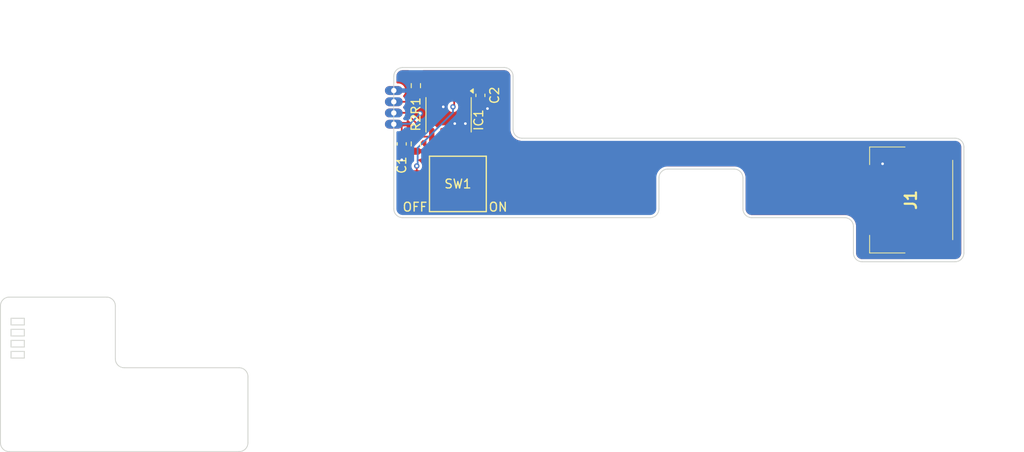
<source format=kicad_pcb>
(kicad_pcb (version 20240108) (generator "pcbnew") (generator_version "8.0")
  (layers (0 "F.Cu" signal) (31 "B.Cu" signal) (34 "B.Paste" user) (35 "F.Paste" user) (36 "B.SilkS" user "B.Silkscreen") (37 "F.SilkS" user "F.Silkscreen") (38 "B.Mask" user) (39 "F.Mask" user) (44 "Edge.Cuts" user))
  (net 0 "")
  (net 1 "GND")
  (net 2 "+5V")
  (net 3 "/SCL")
  (net 4 "/SDA")
  (net 5 "/DQ")
  (net 7 "/DQ_{1}")
  (footprint "Resistor_SMD:R_0603_1608Metric" (layer "F.Cu") (at 131.5 95.15 90)
    (property "Reference" "R2" (at 2.4 0 -90) (layer "F.SilkS"))
    (property "Value" "R")
    (fp_line (start -0.237258 -0.5225) (end 0.237258 -0.5225) (stroke (width 0.12)) (layer "F.SilkS"))
    (fp_line (start -0.237258 0.5225) (end 0.237258 0.5225) (stroke (width 0.12)) (layer "F.SilkS"))
    (pad "1" smd roundrect (at -0.825 0 90) (size 0.8 0.95) (layers "F.Cu" "F.Paste" "F.Mask") (net 2 "+5V"))
    (pad "2" smd roundrect (at 0.825 0 90) (size 0.8 0.95) (layers "F.Cu" "F.Paste" "F.Mask") (net 4 "/SDA"))
  )
  (footprint "Capacitor_SMD:C_0603_1608Metric" (layer "F.Cu") (at 129.9 95.15 90)
    (property "Reference" "C1" (at -2.4 0 -90) (layer "F.SilkS"))
    (property "Value" "100n")
    (fp_line (start -0.14058 -0.51) (end 0.14058 -0.51) (stroke (width 0.12)) (layer "F.SilkS"))
    (fp_line (start -0.14058 0.51) (end 0.14058 0.51) (stroke (width 0.12)) (layer "F.SilkS"))
    (pad "1" smd roundrect (at -0.775 0 90) (size 0.9 0.95) (layers "F.Cu" "F.Paste" "F.Mask") (net 1 "GND"))
    (pad "2" smd roundrect (at 0.775 0 90) (size 0.9 0.95) (layers "F.Cu" "F.Paste" "F.Mask") (net 2 "+5V"))
  )
  (footprint "Capacitor_SMD:C_0603_1608Metric" (layer "F.Cu") (at 138.8 89.65 90)
    (property "Reference" "C2" (at 0 1.6 -90) (layer "F.SilkS"))
    (property "Value" "100n")
    (fp_line (start -0.14058 -0.51) (end 0.14058 -0.51) (stroke (width 0.12)) (layer "F.SilkS"))
    (fp_line (start -0.14058 0.51) (end 0.14058 0.51) (stroke (width 0.12)) (layer "F.SilkS"))
    (pad "1" smd roundrect (at -0.775 0 90) (size 0.9 0.95) (layers "F.Cu" "F.Paste" "F.Mask") (net 1 "GND"))
    (pad "2" smd roundrect (at 0.775 0 90) (size 0.9 0.95) (layers "F.Cu" "F.Paste" "F.Mask") (net 2 "+5V"))
  )
  (footprint "Package_SO:SOIC-8_3.9x4.9mm_P1.27mm" (layer "F.Cu") (at 135.2 91.85 -90)
    (property "Reference" "IC1" (at 0.6 -3.4 90) (layer "F.SilkS"))
    (property "Value" "DS2482S-100+")
    (fp_line (start 0 2.56) (end -1.95 2.56) (stroke (width 0.12)) (layer "F.SilkS"))
    (fp_line (start 0 2.56) (end 1.95 2.56) (stroke (width 0.12)) (layer "F.SilkS"))
    (fp_line (start 0 -2.56) (end -1.95 -2.56) (stroke (width 0.12)) (layer "F.SilkS"))
    (fp_line (start 0 -2.56) (end 1.95 -2.56) (stroke (width 0.12)) (layer "F.SilkS"))
    (fp_poly (pts (xy -2.7 -2.465) (xy -2.94 -2.795) (xy -2.46 -2.795) (xy -2.7 -2.465)) (stroke (width 0.12)) (fill solid) (layer "F.SilkS"))
    (pad "1" smd roundrect (at -2.475 -1.905 270) (size 1.95 0.6) (layers "F.Cu" "F.Paste" "F.Mask") (net 2 "+5V"))
    (pad "2" smd roundrect (at -2.475 -0.635 270) (size 1.95 0.6) (layers "F.Cu" "F.Paste" "F.Mask") (net 5 "/DQ"))
    (pad "3" smd roundrect (at -2.475 0.635 270) (size 1.95 0.6) (layers "F.Cu" "F.Paste" "F.Mask") (net 1 "GND"))
    (pad "4" smd roundrect (at -2.475 1.905 270) (size 1.95 0.6) (layers "F.Cu" "F.Paste" "F.Mask") (net 3 "/SCL"))
    (pad "5" smd roundrect (at 2.475 1.905 270) (size 1.95 0.6) (layers "F.Cu" "F.Paste" "F.Mask") (net 4 "/SDA"))
    (pad "6" smd roundrect (at 2.475 0.635 270) (size 1.95 0.6) (layers "F.Cu" "F.Paste" "F.Mask"))
    (pad "7" smd roundrect (at 2.475 -0.635 270) (size 1.95 0.6) (layers "F.Cu" "F.Paste" "F.Mask") (net 1 "GND"))
    (pad "8" smd roundrect (at 2.475 -1.905 270) (size 1.95 0.6) (layers "F.Cu" "F.Paste" "F.Mask") (net 1 "GND"))
  )
  (footprint "Piggy:pigg" (layer "F.Cu") (at 129 90.375 -90)
    (property "Reference" "J2" (hide yes))
    (property "Value" "Conn_01x04")
    (pad "1" thru_hole oval (at 2.54 0 270) (size 1 2) (drill 0.6) (property pad_prop_castellated) (layers "*.Cu" "*.Mask") (net 2 "+5V"))
    (pad "2" thru_hole oval (at 1.27 0 270) (size 1 2) (drill 0.6) (property pad_prop_castellated) (layers "*.Cu" "*.Mask") (net 4 "/SDA"))
    (pad "3" thru_hole oval (at 0 0 270) (size 1 2) (drill 0.6) (property pad_prop_castellated) (layers "*.Cu" "*.Mask") (net 3 "/SCL"))
    (pad "4" thru_hole oval (at -1.27 0 270) (size 1 2) (drill 0.6) (property pad_prop_castellated) (layers "*.Cu" "*.Mask") (net 1 "GND"))
  )
  (footprint "Resistor_SMD:R_0603_1608Metric" (layer "F.Cu") (at 131.5 88.55 -90)
    (property "Reference" "R1" (at 2.3 0 90) (layer "F.SilkS"))
    (property "Value" "R")
    (fp_line (start -0.237258 0.5225) (end 0.237258 0.5225) (stroke (width 0.12)) (layer "F.SilkS"))
    (fp_line (start -0.237258 -0.5225) (end 0.237258 -0.5225) (stroke (width 0.12)) (layer "F.SilkS"))
    (pad "1" smd roundrect (at -0.825 0 270) (size 0.8 0.95) (layers "F.Cu" "F.Paste" "F.Mask") (net 2 "+5V"))
    (pad "2" smd roundrect (at 0.825 0 270) (size 0.8 0.95) (layers "F.Cu" "F.Paste" "F.Mask") (net 3 "/SCL"))
  )
  (footprint "Piggy:5023520400" (layer "F.Cu") (at 187.5 101.5 90)
    (property "Reference" "J1" (at 0 0 270) (layer "F.SilkS") (effects (font (size 1.27 1.27) (thickness 0.254))))
    (property "Value" "Conn_01x04" (hide yes))
    (fp_line (start 6 -4.665) (end 6 -0.665) (stroke (width 0.1)) (layer "F.SilkS"))
    (fp_line (start 4 -4.665) (end 6 -4.665) (stroke (width 0.1)) (layer "F.SilkS"))
    (fp_line (start -4 -4.665) (end -6 -4.665) (stroke (width 0.1)) (layer "F.SilkS"))
    (fp_line (start -6 -4.665) (end -6 -0.665) (stroke (width 0.1)) (layer "F.SilkS"))
    (fp_line (start -4.5 4.735) (end 4.5 4.735) (stroke (width 0.1)) (layer "F.SilkS"))
    (pad "1" smd rect (at 3 -3.265 90) (size 1.2 3.2) (layers "F.Cu" "F.Paste" "F.Mask") (net 1 "GND"))
    (pad "2" smd rect (at 1 -3.265 90) (size 1.2 3.2) (layers "F.Cu" "F.Paste" "F.Mask") (net 2 "+5V"))
    (pad "3" smd rect (at -1 -3.265 90) (size 1.2 3.2) (layers "F.Cu" "F.Paste" "F.Mask") (net 5 "/DQ"))
    (pad "4" smd rect (at -3 -3.265 90) (size 1.2 3.2) (layers "F.Cu" "F.Paste" "F.Mask") (net 7 "/DQ_{1}"))
    (pad "5" smd rect (at -5.55 2.215 90) (size 1.7 5.3) (layers "F.Cu" "F.Paste" "F.Mask"))
    (pad "6" smd rect (at 5.55 2.215 90) (size 1.7 5.3) (layers "F.Cu" "F.Paste" "F.Mask"))
  )
  (footprint "Piggy:418121270802_WRE" (layer "F.Cu") (at 136.2518 99.68)
    (property "Reference" "SW1" (at 0 0 0) (layer "F.SilkS"))
    (property "Value" "418121270802")
    (fp_line (start -3.2131 -3.1369) (end -3.2131 3.1369) (stroke (width 0.1524)) (layer "F.SilkS"))
    (fp_line (start -3.2131 3.1369) (end 3.2131 3.1369) (stroke (width 0.1524)) (layer "F.SilkS"))
    (fp_line (start 3.2131 -3.1369) (end -3.2131 -3.1369) (stroke (width 0.1524)) (layer "F.SilkS"))
    (fp_line (start 3.2131 3.1369) (end 3.2131 -3.1369) (stroke (width 0.1524)) (layer "F.SilkS"))
    (fp_text user "OFF" (at -4.8518 2.62 0) (layer "F.SilkS"))
    (fp_text user "ON" (at 4.5482 2.62 0) (layer "F.SilkS"))
    (pad "1" smd rect (at -4.6482 -1.27) (size 1.524 0.5588) (layers "F.Cu" "F.Paste" "F.Mask") (net 5 "/DQ"))
    (pad "2" smd rect (at -4.6482 1.27) (size 1.524 0.5588) (layers "F.Cu" "F.Paste" "F.Mask"))
    (pad "3" smd rect (at 4.6482 1.27) (size 1.524 0.5588) (layers "F.Cu" "F.Paste" "F.Mask"))
    (pad "4" smd rect (at 4.6482 -1.27) (size 1.524 0.5588) (layers "F.Cu" "F.Paste" "F.Mask") (net 7 "/DQ_{1}"))
  )
  (gr_arc (start 84.5 113.5) (mid 84.792893 112.792893) (end 85.5 112.5) (stroke (width 0.1)) (layer "Edge.Cuts"))
  (gr_arc (start 180 103.5) (mid 180.707107 103.792893) (end 181 104.5) (stroke (width 0.1)) (layer "Edge.Cuts"))
  (gr_arc (start 141.5 86.5) (mid 142.207107 86.792893) (end 142.5 87.5) (stroke (width 0.1)) (layer "Edge.Cuts"))
  (gr_line (start 142.5 87.5) (end 142.5 93.5) (stroke (width 0.1)) (layer "Edge.Cuts"))
  (gr_line (start 84.5 129) (end 84.5 113.5) (stroke (width 0.1)) (layer "Edge.Cuts"))
  (gr_arc (start 193.5 107.5) (mid 193.207107 108.207107) (end 192.5 108.5) (stroke (width 0.1)) (layer "Edge.Cuts"))
  (gr_line (start 85.7 118.15) (end 85.7 117.4) (stroke (width 0.1)) (layer "Edge.Cuts"))
  (gr_arc (start 192.5 94.5) (mid 193.207107 94.792893) (end 193.5 95.5) (stroke (width 0.1)) (layer "Edge.Cuts"))
  (gr_arc (start 167.5 98) (mid 168.207107 98.292893) (end 168.5 99) (stroke (width 0.1)) (layer "Edge.Cuts"))
  (gr_line (start 85.7 116.9) (end 85.7 116.15) (stroke (width 0.1)) (layer "Edge.Cuts"))
  (gr_line (start 143.5 94.5) (end 192.5 94.5) (stroke (width 0.1)) (layer "Edge.Cuts"))
  (gr_line (start 129 102.5) (end 129 87.5) (stroke (width 0.1)) (layer "Edge.Cuts"))
  (gr_line (start 98.5 120.5) (end 111.5 120.5) (stroke (width 0.1)) (layer "Edge.Cuts"))
  (gr_arc (start 96.5 112.5) (mid 97.207107 112.792893) (end 97.5 113.5) (stroke (width 0.1)) (layer "Edge.Cuts"))
  (gr_arc (start 129 87.5) (mid 129.292893 86.792893) (end 130 86.5) (stroke (width 0.1)) (layer "Edge.Cuts"))
  (gr_line (start 87.2 116.9) (end 85.7 116.9) (stroke (width 0.1)) (layer "Edge.Cuts"))
  (gr_line (start 112.5 121.5) (end 112.5 129) (stroke (width 0.1)) (layer "Edge.Cuts"))
  (gr_line (start 87.2 114.9) (end 87.2 115.65) (stroke (width 0.1)) (layer "Edge.Cuts"))
  (gr_line (start 85.5 112.5) (end 96.5 112.5) (stroke (width 0.1)) (layer "Edge.Cuts"))
  (gr_line (start 87.2 117.4) (end 87.2 118.15) (stroke (width 0.1)) (layer "Edge.Cuts"))
  (gr_arc (start 112.5 129) (mid 112.207107 129.707107) (end 111.5 130) (stroke (width 0.1)) (layer "Edge.Cuts"))
  (gr_line (start 192.5 108.5) (end 182 108.5) (stroke (width 0.1)) (layer "Edge.Cuts"))
  (gr_line (start 159 102.5) (end 159 99) (stroke (width 0.1)) (layer "Edge.Cuts"))
  (gr_line (start 193.5 95.5) (end 193.5 107.5) (stroke (width 0.1)) (layer "Edge.Cuts"))
  (gr_line (start 181 107.5) (end 181 104.5) (stroke (width 0.1)) (layer "Edge.Cuts"))
  (gr_line (start 87.2 118.15) (end 85.7 118.15) (stroke (width 0.1)) (layer "Edge.Cuts"))
  (gr_line (start 87.2 119.4) (end 85.7 119.4) (stroke (width 0.1)) (layer "Edge.Cuts"))
  (gr_arc (start 182 108.5) (mid 181.292893 108.207107) (end 181 107.5) (stroke (width 0.1)) (layer "Edge.Cuts"))
  (gr_arc (start 159 102.5) (mid 158.707107 103.207107) (end 158 103.5) (stroke (width 0.1)) (layer "Edge.Cuts"))
  (gr_line (start 85.7 114.9) (end 87.2 114.9) (stroke (width 0.1)) (layer "Edge.Cuts"))
  (gr_line (start 87.2 115.65) (end 85.7 115.65) (stroke (width 0.1)) (layer "Edge.Cuts"))
  (gr_line (start 111.5 130) (end 85.5 130) (stroke (width 0.1)) (layer "Edge.Cuts"))
  (gr_arc (start 130 103.5) (mid 129.292893 103.207107) (end 129 102.5) (stroke (width 0.1)) (layer "Edge.Cuts"))
  (gr_arc (start 159 99) (mid 159.292893 98.292893) (end 160 98) (stroke (width 0.1)) (layer "Edge.Cuts"))
  (gr_arc (start 169.5 103.5) (mid 168.792893 103.207107) (end 168.5 102.5) (stroke (width 0.1)) (layer "Edge.Cuts"))
  (gr_line (start 130 103.5) (end 158 103.5) (stroke (width 0.1)) (layer "Edge.Cuts"))
  (gr_line (start 85.7 116.15) (end 87.2 116.15) (stroke (width 0.1)) (layer "Edge.Cuts"))
  (gr_arc (start 111.5 120.5) (mid 112.207107 120.792893) (end 112.5 121.5) (stroke (width 0.1)) (layer "Edge.Cuts"))
  (gr_arc (start 98.5 120.5) (mid 97.792893 120.207107) (end 97.5 119.5) (stroke (width 0.1)) (layer "Edge.Cuts"))
  (gr_line (start 160 98) (end 167.5 98) (stroke (width 0.1)) (layer "Edge.Cuts"))
  (gr_line (start 85.7 118.65) (end 87.2 118.65) (stroke (width 0.1)) (layer "Edge.Cuts"))
  (gr_arc (start 85.5 130) (mid 84.792893 129.707107) (end 84.5 129) (stroke (width 0.1)) (layer "Edge.Cuts"))
  (gr_line (start 169.5 103.5) (end 180 103.5) (stroke (width 0.1)) (layer "Edge.Cuts"))
  (gr_line (start 85.7 117.4) (end 87.2 117.4) (stroke (width 0.1)) (layer "Edge.Cuts"))
  (gr_line (start 97.5 113.5) (end 97.5 119.5) (stroke (width 0.1)) (layer "Edge.Cuts"))
  (gr_line (start 168.5 99) (end 168.5 102.5) (stroke (width 0.1)) (layer "Edge.Cuts"))
  (gr_line (start 85.7 119.4) (end 85.7 118.65) (stroke (width 0.1)) (layer "Edge.Cuts"))
  (gr_line (start 87.2 116.15) (end 87.2 116.9) (stroke (width 0.1)) (layer "Edge.Cuts"))
  (gr_line (start 130 86.5) (end 141.5 86.5) (stroke (width 0.1)) (layer "Edge.Cuts"))
  (gr_arc (start 143.5 94.5) (mid 142.792893 94.207107) (end 142.5 93.5) (stroke (width 0.1)) (layer "Edge.Cuts"))
  (gr_line (start 87.2 118.65) (end 87.2 119.4) (stroke (width 0.1)) (layer "Edge.Cuts"))
  (gr_line (start 85.7 115.65) (end 85.7 114.9) (stroke (width 0.1)) (layer "Edge.Cuts"))
  (segment (start 138.8 90.425) (end 138.875 90.425) (width 0.2) (layer "F.Cu") (net 1))
  (segment (start 129.9 95.925) (end 129.9 96.95) (width 0.2) (layer "F.Cu") (net 1))
  (segment (start 184.235 98.5) (end 184.235 97.465) (width 0.2) (layer "F.Cu") (net 1))
  (segment (start 137.105 92.855) (end 137.1 92.85) (width 0.2) (layer "F.Cu") (net 1))
  (segment (start 134.565 89.375) (end 134.565 90.915) (width 0.2) (layer "F.Cu") (net 1))
  (segment (start 135.835 94.325) (end 135.835 92.915) (width 0.2) (layer "F.Cu") (net 1))
  (segment (start 137.105 94.325) (end 137.105 92.855) (width 0.2) (layer "F.Cu") (net 1))
  (segment (start 138.875 90.425) (end 139.6 91.15) (width 0.2) (layer "F.Cu") (net 1))
  (segment (start 184.235 97.465) (end 184.3 97.4) (width 0.2) (layer "F.Cu") (net 1))
  (segment (start 135.835 92.915) (end 135.9 92.85) (width 0.2) (layer "F.Cu") (net 1))
  (segment (start 134.565 90.915) (end 134.6 90.95) (width 0.2) (layer "F.Cu") (net 1))
  (via (at 139.6 91.15) (size 0.6) (drill 0.3) (layers "F.Cu" "B.Cu") (net 1))
  (via (at 184.3 97.4) (size 0.6) (drill 0.3) (layers "F.Cu" "B.Cu") (net 1))
  (via (at 134.6 90.95) (size 0.6) (drill 0.3) (layers "F.Cu" "B.Cu") (net 1))
  (via (at 137.1 92.85) (size 0.6) (drill 0.3) (layers "F.Cu" "B.Cu") (net 1))
  (via (at 135.9 92.85) (size 0.6) (drill 0.3) (layers "F.Cu" "B.Cu") (net 1))
  (via (at 129.9 96.95) (size 0.6) (drill 0.3) (layers "F.Cu" "B.Cu") (net 1))
  (segment (start 129.9 94.375) (end 129.9 93.175) (width 0.2) (layer "F.Cu") (net 2))
  (segment (start 129.9 93.175) (end 129.6 92.875) (width 0.2) (layer "F.Cu") (net 2))
  (via (at 132 91.7) (size 0.6) (drill 0.3) (layers "F.Cu" "B.Cu") (net 2))
  (segment (start 132 91.7) (end 130.825 92.875) (width 0.2) (layer "B.Cu") (net 2))
  (segment (start 130.825 92.875) (end 129.6 92.875) (width 0.2) (layer "B.Cu") (net 2))
  (segment (start 131.475 89.375) (end 130.475 90.375) (width 0.2) (layer "F.Cu") (net 3))
  (segment (start 131.5 89.375) (end 131.475 89.375) (width 0.2) (layer "F.Cu") (net 3))
  (segment (start 133.295 89.375) (end 131.5 89.375) (width 0.2) (layer "F.Cu") (net 3))
  (segment (start 130.475 90.375) (end 129.6 90.375) (width 0.2) (layer "F.Cu") (net 3))
  (segment (start 131.5 92.75) (end 130.375 91.625) (width 0.2) (layer "F.Cu") (net 4))
  (segment (start 131.5 94.325) (end 131.5 92.75) (width 0.2) (layer "F.Cu") (net 4))
  (segment (start 130.375 91.625) (end 129.6 91.625) (width 0.2) (layer "F.Cu") (net 4))
  (segment (start 133.295 94.325) (end 131.5 94.325) (width 0.2) (layer "F.Cu") (net 4))
  (segment (start 133.12 97.2) (end 178.135 97.2) (width 0.2) (layer "F.Cu") (net 5))
  (segment (start 135.835 89.375) (end 135.835 90.815) (width 0.2) (layer "F.Cu") (net 5))
  (segment (start 131.6036 98.41) (end 131.91 98.41) (width 0.2) (layer "F.Cu") (net 5))
  (segment (start 178.135 97.2) (end 183.435 102.5) (width 0.2) (layer "F.Cu") (net 5))
  (segment (start 135.835 90.815) (end 135.7 90.95) (width 0.2) (layer "F.Cu") (net 5))
  (segment (start 131.6 98.4064) (end 131.6036 98.41) (width 0.2) (layer "F.Cu") (net 5))
  (segment (start 131.91 98.41) (end 133.12 97.2) (width 0.2) (layer "F.Cu") (net 5))
  (segment (start 183.435 102.5) (end 184.235 102.5) (width 0.2) (layer "F.Cu") (net 5))
  (segment (start 131.6 97.65) (end 131.6 98.4064) (width 0.2) (layer "F.Cu") (net 5))
  (via (at 131.6 97.65) (size 0.6) (drill 0.3) (layers "F.Cu" "B.Cu") (net 5))
  (via (at 135.7 90.95) (size 0.6) (drill 0.3) (layers "F.Cu" "B.Cu") (net 5))
  (segment (start 131.7 95.6) (end 131.7 97.55) (width 0.2) (layer "B.Cu") (net 5))
  (segment (start 135.7 90.95) (end 135.7 91.6) (width 0.2) (layer "B.Cu") (net 5))
  (segment (start 131.7 97.55) (end 131.6 97.65) (width 0.2) (layer "B.Cu") (net 5))
  (segment (start 135.7 91.6) (end 131.7 95.6) (width 0.2) (layer "B.Cu") (net 5))
  (segment (start 176.335 97.6) (end 141.71 97.6) (width 0.2) (layer "F.Cu") (net 7))
  (segment (start 183.235 104.5) (end 176.335 97.6) (width 0.2) (layer "F.Cu") (net 7))
  (segment (start 184.235 104.5) (end 183.235 104.5) (width 0.2) (layer "F.Cu") (net 7))
  (segment (start 141.71 97.6) (end 140.9 98.41) (width 0.2) (layer "F.Cu") (net 7))
  (zone (net 2) (net_name "+5V") (layer "F.Cu") (connect_pads (clearance 0.3)) (min_thickness 0.25) (fill yes (thermal_gap 0.5) (thermal_bridge_width 0.5))
    (polygon (pts (xy 126.8 78.85) (xy 200.3 78.85) (xy 200.3 109.85) (xy 126.8 109.85)))
  )
  (zone (net 1) (net_name "GND") (layer "B.Cu") (connect_pads (clearance 0.3)) (min_thickness 0.25) (fill yes (thermal_gap 0.5) (thermal_bridge_width 0.5))
    (polygon (pts (xy 126.8 78.85) (xy 200.3 78.85) (xy 200.3 109.85) (xy 126.8 109.85)))
  )
)
</source>
